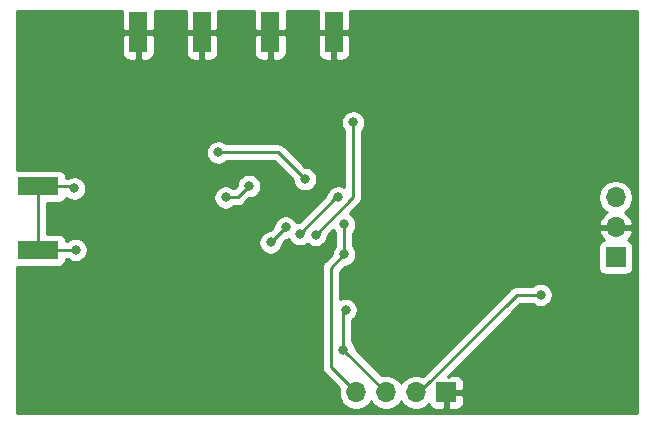
<source format=gbr>
%TF.GenerationSoftware,KiCad,Pcbnew,5.1.9-5.1.9*%
%TF.CreationDate,2021-02-06T15:34:09+03:00*%
%TF.ProjectId,qddc,71646463-2e6b-4696-9361-645f70636258,rev?*%
%TF.SameCoordinates,Original*%
%TF.FileFunction,Copper,L2,Bot*%
%TF.FilePolarity,Positive*%
%FSLAX46Y46*%
G04 Gerber Fmt 4.6, Leading zero omitted, Abs format (unit mm)*
G04 Created by KiCad (PCBNEW 5.1.9-5.1.9) date 2021-02-06 15:34:09*
%MOMM*%
%LPD*%
G01*
G04 APERTURE LIST*
%TA.AperFunction,SMDPad,CuDef*%
%ADD10R,1.500000X3.500000*%
%TD*%
%TA.AperFunction,SMDPad,CuDef*%
%ADD11R,3.500000X1.500000*%
%TD*%
%TA.AperFunction,ComponentPad*%
%ADD12O,1.700000X1.700000*%
%TD*%
%TA.AperFunction,ComponentPad*%
%ADD13R,1.700000X1.700000*%
%TD*%
%TA.AperFunction,ViaPad*%
%ADD14C,0.800000*%
%TD*%
%TA.AperFunction,Conductor*%
%ADD15C,0.250000*%
%TD*%
%TA.AperFunction,Conductor*%
%ADD16C,0.254000*%
%TD*%
%TA.AperFunction,Conductor*%
%ADD17C,0.100000*%
%TD*%
G04 APERTURE END LIST*
D10*
%TO.P,Cos,G4*%
%TO.N,GND*%
X123792000Y-88900000D03*
%TO.P,Cos,G3*%
X129192000Y-88900000D03*
%TD*%
%TO.P,Sin,G4*%
%TO.N,GND*%
X112616000Y-88900000D03*
%TO.P,Sin,G3*%
X118016000Y-88900000D03*
%TD*%
D11*
%TO.P,RF,G4*%
%TO.N,Net-(J3-PadG1)*%
X104140000Y-107348000D03*
%TO.P,RF,G3*%
X104140000Y-101948000D03*
%TD*%
D12*
%TO.P,Out,3*%
%TO.N,Net-(C12-Pad1)*%
X153035000Y-102870000D03*
%TO.P,Out,2*%
%TO.N,GND*%
X153035000Y-105410000D03*
D13*
%TO.P,Out,1*%
%TO.N,Net-(C13-Pad1)*%
X153035000Y-107950000D03*
%TD*%
%TO.P,PWR,1*%
%TO.N,GND*%
X138684000Y-119380000D03*
D12*
%TO.P,PWR,2*%
%TO.N,VAA*%
X136144000Y-119380000D03*
%TO.P,PWR,3*%
%TO.N,VCC*%
X133604000Y-119380000D03*
%TO.P,PWR,4*%
%TO.N,PTT*%
X131064000Y-119380000D03*
%TD*%
D14*
%TO.N,GND*%
X123190000Y-105410000D03*
X145415000Y-93345000D03*
X120904000Y-93472000D03*
X131572000Y-93472000D03*
X138430000Y-93345000D03*
X152400000Y-93345000D03*
X152400000Y-116840000D03*
X107950000Y-98425000D03*
X107950000Y-116840000D03*
X139700000Y-102616000D03*
X139700000Y-105664000D03*
X139700000Y-108712000D03*
X115316000Y-111125000D03*
X119380000Y-111125000D03*
X107950000Y-93345000D03*
X107950000Y-112395000D03*
X145415000Y-116840000D03*
%TO.N,VCC*%
X129984500Y-115760500D03*
X130175000Y-112395000D03*
%TO.N,Net-(C7-Pad2)*%
X129540000Y-102870000D03*
X126292884Y-105972885D03*
%TO.N,Net-(C8-Pad1)*%
X125095000Y-105410000D03*
X123827653Y-106677347D03*
%TO.N,VAA*%
X146685000Y-111125000D03*
%TO.N,PTT*%
X130048004Y-105156004D03*
X130048000Y-107696000D03*
%TO.N,Net-(IC1-Pad2)*%
X126720031Y-101320031D03*
X119380000Y-99060000D03*
%TO.N,Net-(IC1-Pad7)*%
X121995819Y-101915910D03*
X120015000Y-102870000D03*
%TO.N,Net-(IC1-Pad14)*%
X127635000Y-106045000D03*
X130810000Y-96520000D03*
%TO.N,Net-(J3-PadG1)*%
X107315000Y-107315000D03*
X107188000Y-102108000D03*
%TD*%
D15*
%TO.N,VCC*%
X129984500Y-115760500D02*
X133604000Y-119380000D01*
X129984500Y-112585500D02*
X130175000Y-112395000D01*
X129984500Y-115760500D02*
X129984500Y-112585500D01*
%TO.N,Net-(C7-Pad2)*%
X126292884Y-105972885D02*
X129395769Y-102870000D01*
X129395769Y-102870000D02*
X129540000Y-102870000D01*
%TO.N,Net-(C8-Pad1)*%
X125095000Y-105410000D02*
X123827653Y-106677347D01*
%TO.N,VAA*%
X144653998Y-111125000D02*
X136398998Y-119380000D01*
X136398998Y-119380000D02*
X136144000Y-119380000D01*
X146685000Y-111125000D02*
X144653998Y-111125000D01*
%TO.N,PTT*%
X130048004Y-107695996D02*
X130048000Y-107696000D01*
X130048004Y-105156004D02*
X130048004Y-107695996D01*
X128905000Y-117221000D02*
X131064000Y-119380000D01*
X130048000Y-107696000D02*
X128905000Y-108839000D01*
X128905000Y-108839000D02*
X128905000Y-117221000D01*
%TO.N,Net-(IC1-Pad2)*%
X126720031Y-101320031D02*
X124460000Y-99060000D01*
X124460000Y-99060000D02*
X119380000Y-99060000D01*
%TO.N,Net-(IC1-Pad7)*%
X121995819Y-101915910D02*
X121041729Y-102870000D01*
X121041729Y-102870000D02*
X120015000Y-102870000D01*
%TO.N,Net-(IC1-Pad14)*%
X127635000Y-106045000D02*
X130810000Y-102870000D01*
X130810000Y-102870000D02*
X130810000Y-96520000D01*
%TO.N,Net-(J3-PadG1)*%
X107282000Y-107348000D02*
X107315000Y-107315000D01*
X104140000Y-107348000D02*
X107282000Y-107348000D01*
X104140000Y-101948000D02*
X107028000Y-101948000D01*
X107028000Y-101948000D02*
X107188000Y-102108000D01*
X104140000Y-101948000D02*
X104140000Y-107348000D01*
%TD*%
D16*
%TO.N,GND*%
X111227928Y-87150000D02*
X111231000Y-88614250D01*
X111389750Y-88773000D01*
X112489000Y-88773000D01*
X112489000Y-88753000D01*
X112743000Y-88753000D01*
X112743000Y-88773000D01*
X113842250Y-88773000D01*
X114001000Y-88614250D01*
X114004072Y-87150000D01*
X114001314Y-87122000D01*
X116630686Y-87122000D01*
X116627928Y-87150000D01*
X116631000Y-88614250D01*
X116789750Y-88773000D01*
X117889000Y-88773000D01*
X117889000Y-88753000D01*
X118143000Y-88753000D01*
X118143000Y-88773000D01*
X119242250Y-88773000D01*
X119401000Y-88614250D01*
X119404072Y-87150000D01*
X119401314Y-87122000D01*
X122406686Y-87122000D01*
X122403928Y-87150000D01*
X122407000Y-88614250D01*
X122565750Y-88773000D01*
X123665000Y-88773000D01*
X123665000Y-88753000D01*
X123919000Y-88753000D01*
X123919000Y-88773000D01*
X125018250Y-88773000D01*
X125177000Y-88614250D01*
X125180072Y-87150000D01*
X125177314Y-87122000D01*
X127806686Y-87122000D01*
X127803928Y-87150000D01*
X127807000Y-88614250D01*
X127965750Y-88773000D01*
X129065000Y-88773000D01*
X129065000Y-88753000D01*
X129319000Y-88753000D01*
X129319000Y-88773000D01*
X130418250Y-88773000D01*
X130577000Y-88614250D01*
X130580072Y-87150000D01*
X130577314Y-87122000D01*
X154813000Y-87122000D01*
X154813000Y-121158000D01*
X102362000Y-121158000D01*
X102362000Y-108733314D01*
X102390000Y-108736072D01*
X105890000Y-108736072D01*
X106014482Y-108723812D01*
X106134180Y-108687502D01*
X106244494Y-108628537D01*
X106341185Y-108549185D01*
X106420537Y-108452494D01*
X106479502Y-108342180D01*
X106515812Y-108222482D01*
X106527087Y-108108000D01*
X106644289Y-108108000D01*
X106655226Y-108118937D01*
X106824744Y-108232205D01*
X107013102Y-108310226D01*
X107213061Y-108350000D01*
X107416939Y-108350000D01*
X107616898Y-108310226D01*
X107805256Y-108232205D01*
X107974774Y-108118937D01*
X108118937Y-107974774D01*
X108232205Y-107805256D01*
X108310226Y-107616898D01*
X108350000Y-107416939D01*
X108350000Y-107213061D01*
X108310226Y-107013102D01*
X108232205Y-106824744D01*
X108118937Y-106655226D01*
X108039119Y-106575408D01*
X122792653Y-106575408D01*
X122792653Y-106779286D01*
X122832427Y-106979245D01*
X122910448Y-107167603D01*
X123023716Y-107337121D01*
X123167879Y-107481284D01*
X123337397Y-107594552D01*
X123525755Y-107672573D01*
X123725714Y-107712347D01*
X123929592Y-107712347D01*
X124129551Y-107672573D01*
X124317909Y-107594552D01*
X124487427Y-107481284D01*
X124631590Y-107337121D01*
X124744858Y-107167603D01*
X124822879Y-106979245D01*
X124862653Y-106779286D01*
X124862653Y-106717148D01*
X125134802Y-106445000D01*
X125196939Y-106445000D01*
X125355131Y-106413534D01*
X125375679Y-106463141D01*
X125488947Y-106632659D01*
X125633110Y-106776822D01*
X125802628Y-106890090D01*
X125990986Y-106968111D01*
X126190945Y-107007885D01*
X126394823Y-107007885D01*
X126594782Y-106968111D01*
X126783140Y-106890090D01*
X126922957Y-106796668D01*
X126975226Y-106848937D01*
X127144744Y-106962205D01*
X127333102Y-107040226D01*
X127533061Y-107080000D01*
X127736939Y-107080000D01*
X127936898Y-107040226D01*
X128125256Y-106962205D01*
X128294774Y-106848937D01*
X128438937Y-106704774D01*
X128552205Y-106535256D01*
X128630226Y-106346898D01*
X128670000Y-106146939D01*
X128670000Y-106084801D01*
X129124280Y-105630521D01*
X129130799Y-105646260D01*
X129244067Y-105815778D01*
X129288004Y-105859715D01*
X129288005Y-106992284D01*
X129244063Y-107036226D01*
X129130795Y-107205744D01*
X129052774Y-107394102D01*
X129013000Y-107594061D01*
X129013000Y-107656198D01*
X128394002Y-108275196D01*
X128364999Y-108298999D01*
X128309871Y-108366174D01*
X128270026Y-108414724D01*
X128199455Y-108546753D01*
X128199454Y-108546754D01*
X128155997Y-108690015D01*
X128145000Y-108801668D01*
X128145000Y-108801678D01*
X128141324Y-108839000D01*
X128145000Y-108876322D01*
X128145001Y-117183668D01*
X128141324Y-117221000D01*
X128155998Y-117369985D01*
X128199454Y-117513246D01*
X128270026Y-117645276D01*
X128341201Y-117732002D01*
X128365000Y-117761001D01*
X128393998Y-117784799D01*
X129622790Y-119013592D01*
X129579000Y-119233740D01*
X129579000Y-119526260D01*
X129636068Y-119813158D01*
X129748010Y-120083411D01*
X129910525Y-120326632D01*
X130117368Y-120533475D01*
X130360589Y-120695990D01*
X130630842Y-120807932D01*
X130917740Y-120865000D01*
X131210260Y-120865000D01*
X131497158Y-120807932D01*
X131767411Y-120695990D01*
X132010632Y-120533475D01*
X132217475Y-120326632D01*
X132334000Y-120152240D01*
X132450525Y-120326632D01*
X132657368Y-120533475D01*
X132900589Y-120695990D01*
X133170842Y-120807932D01*
X133457740Y-120865000D01*
X133750260Y-120865000D01*
X134037158Y-120807932D01*
X134307411Y-120695990D01*
X134550632Y-120533475D01*
X134757475Y-120326632D01*
X134874000Y-120152240D01*
X134990525Y-120326632D01*
X135197368Y-120533475D01*
X135440589Y-120695990D01*
X135710842Y-120807932D01*
X135997740Y-120865000D01*
X136290260Y-120865000D01*
X136577158Y-120807932D01*
X136847411Y-120695990D01*
X137090632Y-120533475D01*
X137222487Y-120401620D01*
X137244498Y-120474180D01*
X137303463Y-120584494D01*
X137382815Y-120681185D01*
X137479506Y-120760537D01*
X137589820Y-120819502D01*
X137709518Y-120855812D01*
X137834000Y-120868072D01*
X138398250Y-120865000D01*
X138557000Y-120706250D01*
X138557000Y-119507000D01*
X138811000Y-119507000D01*
X138811000Y-120706250D01*
X138969750Y-120865000D01*
X139534000Y-120868072D01*
X139658482Y-120855812D01*
X139778180Y-120819502D01*
X139888494Y-120760537D01*
X139985185Y-120681185D01*
X140064537Y-120584494D01*
X140123502Y-120474180D01*
X140159812Y-120354482D01*
X140172072Y-120230000D01*
X140169000Y-119665750D01*
X140010250Y-119507000D01*
X138811000Y-119507000D01*
X138557000Y-119507000D01*
X138537000Y-119507000D01*
X138537000Y-119253000D01*
X138557000Y-119253000D01*
X138557000Y-119233000D01*
X138811000Y-119233000D01*
X138811000Y-119253000D01*
X140010250Y-119253000D01*
X140169000Y-119094250D01*
X140172072Y-118530000D01*
X140159812Y-118405518D01*
X140123502Y-118285820D01*
X140064537Y-118175506D01*
X139985185Y-118078815D01*
X139888494Y-117999463D01*
X139778180Y-117940498D01*
X139658482Y-117904188D01*
X139534000Y-117891928D01*
X138969750Y-117895000D01*
X138811002Y-118053748D01*
X138811002Y-118042797D01*
X144968800Y-111885000D01*
X145981289Y-111885000D01*
X146025226Y-111928937D01*
X146194744Y-112042205D01*
X146383102Y-112120226D01*
X146583061Y-112160000D01*
X146786939Y-112160000D01*
X146986898Y-112120226D01*
X147175256Y-112042205D01*
X147344774Y-111928937D01*
X147488937Y-111784774D01*
X147602205Y-111615256D01*
X147680226Y-111426898D01*
X147720000Y-111226939D01*
X147720000Y-111023061D01*
X147680226Y-110823102D01*
X147602205Y-110634744D01*
X147488937Y-110465226D01*
X147344774Y-110321063D01*
X147175256Y-110207795D01*
X146986898Y-110129774D01*
X146786939Y-110090000D01*
X146583061Y-110090000D01*
X146383102Y-110129774D01*
X146194744Y-110207795D01*
X146025226Y-110321063D01*
X145981289Y-110365000D01*
X144691321Y-110365000D01*
X144653998Y-110361324D01*
X144616675Y-110365000D01*
X144616665Y-110365000D01*
X144505012Y-110375997D01*
X144361751Y-110419454D01*
X144229721Y-110490026D01*
X144146081Y-110558668D01*
X144113997Y-110584999D01*
X144090199Y-110613997D01*
X136700881Y-118003316D01*
X136577158Y-117952068D01*
X136290260Y-117895000D01*
X135997740Y-117895000D01*
X135710842Y-117952068D01*
X135440589Y-118064010D01*
X135197368Y-118226525D01*
X134990525Y-118433368D01*
X134874000Y-118607760D01*
X134757475Y-118433368D01*
X134550632Y-118226525D01*
X134307411Y-118064010D01*
X134037158Y-117952068D01*
X133750260Y-117895000D01*
X133457740Y-117895000D01*
X133237592Y-117938790D01*
X131019500Y-115720699D01*
X131019500Y-115658561D01*
X130979726Y-115458602D01*
X130901705Y-115270244D01*
X130788437Y-115100726D01*
X130744500Y-115056789D01*
X130744500Y-113259256D01*
X130834774Y-113198937D01*
X130978937Y-113054774D01*
X131092205Y-112885256D01*
X131170226Y-112696898D01*
X131210000Y-112496939D01*
X131210000Y-112293061D01*
X131170226Y-112093102D01*
X131092205Y-111904744D01*
X130978937Y-111735226D01*
X130834774Y-111591063D01*
X130665256Y-111477795D01*
X130476898Y-111399774D01*
X130276939Y-111360000D01*
X130073061Y-111360000D01*
X129873102Y-111399774D01*
X129684744Y-111477795D01*
X129665000Y-111490987D01*
X129665000Y-109153801D01*
X130087802Y-108731000D01*
X130149939Y-108731000D01*
X130349898Y-108691226D01*
X130538256Y-108613205D01*
X130707774Y-108499937D01*
X130851937Y-108355774D01*
X130965205Y-108186256D01*
X131043226Y-107997898D01*
X131083000Y-107797939D01*
X131083000Y-107594061D01*
X131043226Y-107394102D01*
X130965205Y-107205744D01*
X130894550Y-107100000D01*
X151546928Y-107100000D01*
X151546928Y-108800000D01*
X151559188Y-108924482D01*
X151595498Y-109044180D01*
X151654463Y-109154494D01*
X151733815Y-109251185D01*
X151830506Y-109330537D01*
X151940820Y-109389502D01*
X152060518Y-109425812D01*
X152185000Y-109438072D01*
X153885000Y-109438072D01*
X154009482Y-109425812D01*
X154129180Y-109389502D01*
X154239494Y-109330537D01*
X154336185Y-109251185D01*
X154415537Y-109154494D01*
X154474502Y-109044180D01*
X154510812Y-108924482D01*
X154523072Y-108800000D01*
X154523072Y-107100000D01*
X154510812Y-106975518D01*
X154474502Y-106855820D01*
X154415537Y-106745506D01*
X154336185Y-106648815D01*
X154239494Y-106569463D01*
X154129180Y-106510498D01*
X154048534Y-106486034D01*
X154132588Y-106410269D01*
X154306641Y-106176920D01*
X154431825Y-105914099D01*
X154476476Y-105766890D01*
X154355155Y-105537000D01*
X153162000Y-105537000D01*
X153162000Y-105557000D01*
X152908000Y-105557000D01*
X152908000Y-105537000D01*
X151714845Y-105537000D01*
X151593524Y-105766890D01*
X151638175Y-105914099D01*
X151763359Y-106176920D01*
X151937412Y-106410269D01*
X152021466Y-106486034D01*
X151940820Y-106510498D01*
X151830506Y-106569463D01*
X151733815Y-106648815D01*
X151654463Y-106745506D01*
X151595498Y-106855820D01*
X151559188Y-106975518D01*
X151546928Y-107100000D01*
X130894550Y-107100000D01*
X130851937Y-107036226D01*
X130808004Y-106992293D01*
X130808004Y-105859715D01*
X130851941Y-105815778D01*
X130965209Y-105646260D01*
X131043230Y-105457902D01*
X131083004Y-105257943D01*
X131083004Y-105054065D01*
X131043230Y-104854106D01*
X130965209Y-104665748D01*
X130851941Y-104496230D01*
X130707778Y-104352067D01*
X130538260Y-104238799D01*
X130522522Y-104232280D01*
X131321004Y-103433798D01*
X131350001Y-103410001D01*
X131410673Y-103336072D01*
X131444974Y-103294277D01*
X131515546Y-103162247D01*
X131521384Y-103143000D01*
X131559003Y-103018986D01*
X131570000Y-102907333D01*
X131570000Y-102907324D01*
X131573676Y-102870001D01*
X131570000Y-102832678D01*
X131570000Y-102723740D01*
X151550000Y-102723740D01*
X151550000Y-103016260D01*
X151607068Y-103303158D01*
X151719010Y-103573411D01*
X151881525Y-103816632D01*
X152088368Y-104023475D01*
X152270534Y-104145195D01*
X152153645Y-104214822D01*
X151937412Y-104409731D01*
X151763359Y-104643080D01*
X151638175Y-104905901D01*
X151593524Y-105053110D01*
X151714845Y-105283000D01*
X152908000Y-105283000D01*
X152908000Y-105263000D01*
X153162000Y-105263000D01*
X153162000Y-105283000D01*
X154355155Y-105283000D01*
X154476476Y-105053110D01*
X154431825Y-104905901D01*
X154306641Y-104643080D01*
X154132588Y-104409731D01*
X153916355Y-104214822D01*
X153799466Y-104145195D01*
X153981632Y-104023475D01*
X154188475Y-103816632D01*
X154350990Y-103573411D01*
X154462932Y-103303158D01*
X154520000Y-103016260D01*
X154520000Y-102723740D01*
X154462932Y-102436842D01*
X154350990Y-102166589D01*
X154188475Y-101923368D01*
X153981632Y-101716525D01*
X153738411Y-101554010D01*
X153468158Y-101442068D01*
X153181260Y-101385000D01*
X152888740Y-101385000D01*
X152601842Y-101442068D01*
X152331589Y-101554010D01*
X152088368Y-101716525D01*
X151881525Y-101923368D01*
X151719010Y-102166589D01*
X151607068Y-102436842D01*
X151550000Y-102723740D01*
X131570000Y-102723740D01*
X131570000Y-97223711D01*
X131613937Y-97179774D01*
X131727205Y-97010256D01*
X131805226Y-96821898D01*
X131845000Y-96621939D01*
X131845000Y-96418061D01*
X131805226Y-96218102D01*
X131727205Y-96029744D01*
X131613937Y-95860226D01*
X131469774Y-95716063D01*
X131300256Y-95602795D01*
X131111898Y-95524774D01*
X130911939Y-95485000D01*
X130708061Y-95485000D01*
X130508102Y-95524774D01*
X130319744Y-95602795D01*
X130150226Y-95716063D01*
X130006063Y-95860226D01*
X129892795Y-96029744D01*
X129814774Y-96218102D01*
X129775000Y-96418061D01*
X129775000Y-96621939D01*
X129814774Y-96821898D01*
X129892795Y-97010256D01*
X130006063Y-97179774D01*
X130050001Y-97223712D01*
X130050000Y-101965988D01*
X130030256Y-101952795D01*
X129841898Y-101874774D01*
X129641939Y-101835000D01*
X129438061Y-101835000D01*
X129238102Y-101874774D01*
X129049744Y-101952795D01*
X128880226Y-102066063D01*
X128736063Y-102210226D01*
X128622795Y-102379744D01*
X128544774Y-102568102D01*
X128525384Y-102665583D01*
X126253083Y-104937885D01*
X126190945Y-104937885D01*
X126032753Y-104969351D01*
X126012205Y-104919744D01*
X125898937Y-104750226D01*
X125754774Y-104606063D01*
X125585256Y-104492795D01*
X125396898Y-104414774D01*
X125196939Y-104375000D01*
X124993061Y-104375000D01*
X124793102Y-104414774D01*
X124604744Y-104492795D01*
X124435226Y-104606063D01*
X124291063Y-104750226D01*
X124177795Y-104919744D01*
X124099774Y-105108102D01*
X124060000Y-105308061D01*
X124060000Y-105370198D01*
X123787852Y-105642347D01*
X123725714Y-105642347D01*
X123525755Y-105682121D01*
X123337397Y-105760142D01*
X123167879Y-105873410D01*
X123023716Y-106017573D01*
X122910448Y-106187091D01*
X122832427Y-106375449D01*
X122792653Y-106575408D01*
X108039119Y-106575408D01*
X107974774Y-106511063D01*
X107805256Y-106397795D01*
X107616898Y-106319774D01*
X107416939Y-106280000D01*
X107213061Y-106280000D01*
X107013102Y-106319774D01*
X106824744Y-106397795D01*
X106655226Y-106511063D01*
X106578289Y-106588000D01*
X106527087Y-106588000D01*
X106515812Y-106473518D01*
X106479502Y-106353820D01*
X106420537Y-106243506D01*
X106341185Y-106146815D01*
X106244494Y-106067463D01*
X106134180Y-106008498D01*
X106014482Y-105972188D01*
X105890000Y-105959928D01*
X104900000Y-105959928D01*
X104900000Y-103336072D01*
X105890000Y-103336072D01*
X106014482Y-103323812D01*
X106134180Y-103287502D01*
X106244494Y-103228537D01*
X106341185Y-103149185D01*
X106420537Y-103052494D01*
X106479502Y-102942180D01*
X106497881Y-102881592D01*
X106528226Y-102911937D01*
X106697744Y-103025205D01*
X106886102Y-103103226D01*
X107086061Y-103143000D01*
X107289939Y-103143000D01*
X107489898Y-103103226D01*
X107678256Y-103025205D01*
X107847774Y-102911937D01*
X107991650Y-102768061D01*
X118980000Y-102768061D01*
X118980000Y-102971939D01*
X119019774Y-103171898D01*
X119097795Y-103360256D01*
X119211063Y-103529774D01*
X119355226Y-103673937D01*
X119524744Y-103787205D01*
X119713102Y-103865226D01*
X119913061Y-103905000D01*
X120116939Y-103905000D01*
X120316898Y-103865226D01*
X120505256Y-103787205D01*
X120674774Y-103673937D01*
X120718711Y-103630000D01*
X121004407Y-103630000D01*
X121041729Y-103633676D01*
X121079051Y-103630000D01*
X121079062Y-103630000D01*
X121190715Y-103619003D01*
X121333976Y-103575546D01*
X121466005Y-103504974D01*
X121581730Y-103410001D01*
X121605533Y-103380998D01*
X122035620Y-102950910D01*
X122097758Y-102950910D01*
X122297717Y-102911136D01*
X122486075Y-102833115D01*
X122655593Y-102719847D01*
X122799756Y-102575684D01*
X122913024Y-102406166D01*
X122991045Y-102217808D01*
X123030819Y-102017849D01*
X123030819Y-101813971D01*
X122991045Y-101614012D01*
X122913024Y-101425654D01*
X122799756Y-101256136D01*
X122655593Y-101111973D01*
X122486075Y-100998705D01*
X122297717Y-100920684D01*
X122097758Y-100880910D01*
X121893880Y-100880910D01*
X121693921Y-100920684D01*
X121505563Y-100998705D01*
X121336045Y-101111973D01*
X121191882Y-101256136D01*
X121078614Y-101425654D01*
X121000593Y-101614012D01*
X120960819Y-101813971D01*
X120960819Y-101876109D01*
X120726928Y-102110000D01*
X120718711Y-102110000D01*
X120674774Y-102066063D01*
X120505256Y-101952795D01*
X120316898Y-101874774D01*
X120116939Y-101835000D01*
X119913061Y-101835000D01*
X119713102Y-101874774D01*
X119524744Y-101952795D01*
X119355226Y-102066063D01*
X119211063Y-102210226D01*
X119097795Y-102379744D01*
X119019774Y-102568102D01*
X118980000Y-102768061D01*
X107991650Y-102768061D01*
X107991937Y-102767774D01*
X108105205Y-102598256D01*
X108183226Y-102409898D01*
X108223000Y-102209939D01*
X108223000Y-102006061D01*
X108183226Y-101806102D01*
X108105205Y-101617744D01*
X107991937Y-101448226D01*
X107847774Y-101304063D01*
X107678256Y-101190795D01*
X107489898Y-101112774D01*
X107289939Y-101073000D01*
X107086061Y-101073000D01*
X106886102Y-101112774D01*
X106704492Y-101188000D01*
X106527087Y-101188000D01*
X106515812Y-101073518D01*
X106479502Y-100953820D01*
X106420537Y-100843506D01*
X106341185Y-100746815D01*
X106244494Y-100667463D01*
X106134180Y-100608498D01*
X106014482Y-100572188D01*
X105890000Y-100559928D01*
X102390000Y-100559928D01*
X102362000Y-100562686D01*
X102362000Y-98958061D01*
X118345000Y-98958061D01*
X118345000Y-99161939D01*
X118384774Y-99361898D01*
X118462795Y-99550256D01*
X118576063Y-99719774D01*
X118720226Y-99863937D01*
X118889744Y-99977205D01*
X119078102Y-100055226D01*
X119278061Y-100095000D01*
X119481939Y-100095000D01*
X119681898Y-100055226D01*
X119870256Y-99977205D01*
X120039774Y-99863937D01*
X120083711Y-99820000D01*
X124145199Y-99820000D01*
X125685031Y-101359834D01*
X125685031Y-101421970D01*
X125724805Y-101621929D01*
X125802826Y-101810287D01*
X125916094Y-101979805D01*
X126060257Y-102123968D01*
X126229775Y-102237236D01*
X126418133Y-102315257D01*
X126618092Y-102355031D01*
X126821970Y-102355031D01*
X127021929Y-102315257D01*
X127210287Y-102237236D01*
X127379805Y-102123968D01*
X127523968Y-101979805D01*
X127637236Y-101810287D01*
X127715257Y-101621929D01*
X127755031Y-101421970D01*
X127755031Y-101218092D01*
X127715257Y-101018133D01*
X127637236Y-100829775D01*
X127523968Y-100660257D01*
X127379805Y-100516094D01*
X127210287Y-100402826D01*
X127021929Y-100324805D01*
X126821970Y-100285031D01*
X126759834Y-100285031D01*
X125023804Y-98549002D01*
X125000001Y-98519999D01*
X124884276Y-98425026D01*
X124752247Y-98354454D01*
X124608986Y-98310997D01*
X124497333Y-98300000D01*
X124497322Y-98300000D01*
X124460000Y-98296324D01*
X124422678Y-98300000D01*
X120083711Y-98300000D01*
X120039774Y-98256063D01*
X119870256Y-98142795D01*
X119681898Y-98064774D01*
X119481939Y-98025000D01*
X119278061Y-98025000D01*
X119078102Y-98064774D01*
X118889744Y-98142795D01*
X118720226Y-98256063D01*
X118576063Y-98400226D01*
X118462795Y-98569744D01*
X118384774Y-98758102D01*
X118345000Y-98958061D01*
X102362000Y-98958061D01*
X102362000Y-90650000D01*
X111227928Y-90650000D01*
X111240188Y-90774482D01*
X111276498Y-90894180D01*
X111335463Y-91004494D01*
X111414815Y-91101185D01*
X111511506Y-91180537D01*
X111621820Y-91239502D01*
X111741518Y-91275812D01*
X111866000Y-91288072D01*
X112330250Y-91285000D01*
X112489000Y-91126250D01*
X112489000Y-89027000D01*
X112743000Y-89027000D01*
X112743000Y-91126250D01*
X112901750Y-91285000D01*
X113366000Y-91288072D01*
X113490482Y-91275812D01*
X113610180Y-91239502D01*
X113720494Y-91180537D01*
X113817185Y-91101185D01*
X113896537Y-91004494D01*
X113955502Y-90894180D01*
X113991812Y-90774482D01*
X114004072Y-90650000D01*
X116627928Y-90650000D01*
X116640188Y-90774482D01*
X116676498Y-90894180D01*
X116735463Y-91004494D01*
X116814815Y-91101185D01*
X116911506Y-91180537D01*
X117021820Y-91239502D01*
X117141518Y-91275812D01*
X117266000Y-91288072D01*
X117730250Y-91285000D01*
X117889000Y-91126250D01*
X117889000Y-89027000D01*
X118143000Y-89027000D01*
X118143000Y-91126250D01*
X118301750Y-91285000D01*
X118766000Y-91288072D01*
X118890482Y-91275812D01*
X119010180Y-91239502D01*
X119120494Y-91180537D01*
X119217185Y-91101185D01*
X119296537Y-91004494D01*
X119355502Y-90894180D01*
X119391812Y-90774482D01*
X119404072Y-90650000D01*
X122403928Y-90650000D01*
X122416188Y-90774482D01*
X122452498Y-90894180D01*
X122511463Y-91004494D01*
X122590815Y-91101185D01*
X122687506Y-91180537D01*
X122797820Y-91239502D01*
X122917518Y-91275812D01*
X123042000Y-91288072D01*
X123506250Y-91285000D01*
X123665000Y-91126250D01*
X123665000Y-89027000D01*
X123919000Y-89027000D01*
X123919000Y-91126250D01*
X124077750Y-91285000D01*
X124542000Y-91288072D01*
X124666482Y-91275812D01*
X124786180Y-91239502D01*
X124896494Y-91180537D01*
X124993185Y-91101185D01*
X125072537Y-91004494D01*
X125131502Y-90894180D01*
X125167812Y-90774482D01*
X125180072Y-90650000D01*
X127803928Y-90650000D01*
X127816188Y-90774482D01*
X127852498Y-90894180D01*
X127911463Y-91004494D01*
X127990815Y-91101185D01*
X128087506Y-91180537D01*
X128197820Y-91239502D01*
X128317518Y-91275812D01*
X128442000Y-91288072D01*
X128906250Y-91285000D01*
X129065000Y-91126250D01*
X129065000Y-89027000D01*
X129319000Y-89027000D01*
X129319000Y-91126250D01*
X129477750Y-91285000D01*
X129942000Y-91288072D01*
X130066482Y-91275812D01*
X130186180Y-91239502D01*
X130296494Y-91180537D01*
X130393185Y-91101185D01*
X130472537Y-91004494D01*
X130531502Y-90894180D01*
X130567812Y-90774482D01*
X130580072Y-90650000D01*
X130577000Y-89185750D01*
X130418250Y-89027000D01*
X129319000Y-89027000D01*
X129065000Y-89027000D01*
X127965750Y-89027000D01*
X127807000Y-89185750D01*
X127803928Y-90650000D01*
X125180072Y-90650000D01*
X125177000Y-89185750D01*
X125018250Y-89027000D01*
X123919000Y-89027000D01*
X123665000Y-89027000D01*
X122565750Y-89027000D01*
X122407000Y-89185750D01*
X122403928Y-90650000D01*
X119404072Y-90650000D01*
X119401000Y-89185750D01*
X119242250Y-89027000D01*
X118143000Y-89027000D01*
X117889000Y-89027000D01*
X116789750Y-89027000D01*
X116631000Y-89185750D01*
X116627928Y-90650000D01*
X114004072Y-90650000D01*
X114001000Y-89185750D01*
X113842250Y-89027000D01*
X112743000Y-89027000D01*
X112489000Y-89027000D01*
X111389750Y-89027000D01*
X111231000Y-89185750D01*
X111227928Y-90650000D01*
X102362000Y-90650000D01*
X102362000Y-87122000D01*
X111230686Y-87122000D01*
X111227928Y-87150000D01*
%TA.AperFunction,Conductor*%
D17*
G36*
X111227928Y-87150000D02*
G01*
X111231000Y-88614250D01*
X111389750Y-88773000D01*
X112489000Y-88773000D01*
X112489000Y-88753000D01*
X112743000Y-88753000D01*
X112743000Y-88773000D01*
X113842250Y-88773000D01*
X114001000Y-88614250D01*
X114004072Y-87150000D01*
X114001314Y-87122000D01*
X116630686Y-87122000D01*
X116627928Y-87150000D01*
X116631000Y-88614250D01*
X116789750Y-88773000D01*
X117889000Y-88773000D01*
X117889000Y-88753000D01*
X118143000Y-88753000D01*
X118143000Y-88773000D01*
X119242250Y-88773000D01*
X119401000Y-88614250D01*
X119404072Y-87150000D01*
X119401314Y-87122000D01*
X122406686Y-87122000D01*
X122403928Y-87150000D01*
X122407000Y-88614250D01*
X122565750Y-88773000D01*
X123665000Y-88773000D01*
X123665000Y-88753000D01*
X123919000Y-88753000D01*
X123919000Y-88773000D01*
X125018250Y-88773000D01*
X125177000Y-88614250D01*
X125180072Y-87150000D01*
X125177314Y-87122000D01*
X127806686Y-87122000D01*
X127803928Y-87150000D01*
X127807000Y-88614250D01*
X127965750Y-88773000D01*
X129065000Y-88773000D01*
X129065000Y-88753000D01*
X129319000Y-88753000D01*
X129319000Y-88773000D01*
X130418250Y-88773000D01*
X130577000Y-88614250D01*
X130580072Y-87150000D01*
X130577314Y-87122000D01*
X154813000Y-87122000D01*
X154813000Y-121158000D01*
X102362000Y-121158000D01*
X102362000Y-108733314D01*
X102390000Y-108736072D01*
X105890000Y-108736072D01*
X106014482Y-108723812D01*
X106134180Y-108687502D01*
X106244494Y-108628537D01*
X106341185Y-108549185D01*
X106420537Y-108452494D01*
X106479502Y-108342180D01*
X106515812Y-108222482D01*
X106527087Y-108108000D01*
X106644289Y-108108000D01*
X106655226Y-108118937D01*
X106824744Y-108232205D01*
X107013102Y-108310226D01*
X107213061Y-108350000D01*
X107416939Y-108350000D01*
X107616898Y-108310226D01*
X107805256Y-108232205D01*
X107974774Y-108118937D01*
X108118937Y-107974774D01*
X108232205Y-107805256D01*
X108310226Y-107616898D01*
X108350000Y-107416939D01*
X108350000Y-107213061D01*
X108310226Y-107013102D01*
X108232205Y-106824744D01*
X108118937Y-106655226D01*
X108039119Y-106575408D01*
X122792653Y-106575408D01*
X122792653Y-106779286D01*
X122832427Y-106979245D01*
X122910448Y-107167603D01*
X123023716Y-107337121D01*
X123167879Y-107481284D01*
X123337397Y-107594552D01*
X123525755Y-107672573D01*
X123725714Y-107712347D01*
X123929592Y-107712347D01*
X124129551Y-107672573D01*
X124317909Y-107594552D01*
X124487427Y-107481284D01*
X124631590Y-107337121D01*
X124744858Y-107167603D01*
X124822879Y-106979245D01*
X124862653Y-106779286D01*
X124862653Y-106717148D01*
X125134802Y-106445000D01*
X125196939Y-106445000D01*
X125355131Y-106413534D01*
X125375679Y-106463141D01*
X125488947Y-106632659D01*
X125633110Y-106776822D01*
X125802628Y-106890090D01*
X125990986Y-106968111D01*
X126190945Y-107007885D01*
X126394823Y-107007885D01*
X126594782Y-106968111D01*
X126783140Y-106890090D01*
X126922957Y-106796668D01*
X126975226Y-106848937D01*
X127144744Y-106962205D01*
X127333102Y-107040226D01*
X127533061Y-107080000D01*
X127736939Y-107080000D01*
X127936898Y-107040226D01*
X128125256Y-106962205D01*
X128294774Y-106848937D01*
X128438937Y-106704774D01*
X128552205Y-106535256D01*
X128630226Y-106346898D01*
X128670000Y-106146939D01*
X128670000Y-106084801D01*
X129124280Y-105630521D01*
X129130799Y-105646260D01*
X129244067Y-105815778D01*
X129288004Y-105859715D01*
X129288005Y-106992284D01*
X129244063Y-107036226D01*
X129130795Y-107205744D01*
X129052774Y-107394102D01*
X129013000Y-107594061D01*
X129013000Y-107656198D01*
X128394002Y-108275196D01*
X128364999Y-108298999D01*
X128309871Y-108366174D01*
X128270026Y-108414724D01*
X128199455Y-108546753D01*
X128199454Y-108546754D01*
X128155997Y-108690015D01*
X128145000Y-108801668D01*
X128145000Y-108801678D01*
X128141324Y-108839000D01*
X128145000Y-108876322D01*
X128145001Y-117183668D01*
X128141324Y-117221000D01*
X128155998Y-117369985D01*
X128199454Y-117513246D01*
X128270026Y-117645276D01*
X128341201Y-117732002D01*
X128365000Y-117761001D01*
X128393998Y-117784799D01*
X129622790Y-119013592D01*
X129579000Y-119233740D01*
X129579000Y-119526260D01*
X129636068Y-119813158D01*
X129748010Y-120083411D01*
X129910525Y-120326632D01*
X130117368Y-120533475D01*
X130360589Y-120695990D01*
X130630842Y-120807932D01*
X130917740Y-120865000D01*
X131210260Y-120865000D01*
X131497158Y-120807932D01*
X131767411Y-120695990D01*
X132010632Y-120533475D01*
X132217475Y-120326632D01*
X132334000Y-120152240D01*
X132450525Y-120326632D01*
X132657368Y-120533475D01*
X132900589Y-120695990D01*
X133170842Y-120807932D01*
X133457740Y-120865000D01*
X133750260Y-120865000D01*
X134037158Y-120807932D01*
X134307411Y-120695990D01*
X134550632Y-120533475D01*
X134757475Y-120326632D01*
X134874000Y-120152240D01*
X134990525Y-120326632D01*
X135197368Y-120533475D01*
X135440589Y-120695990D01*
X135710842Y-120807932D01*
X135997740Y-120865000D01*
X136290260Y-120865000D01*
X136577158Y-120807932D01*
X136847411Y-120695990D01*
X137090632Y-120533475D01*
X137222487Y-120401620D01*
X137244498Y-120474180D01*
X137303463Y-120584494D01*
X137382815Y-120681185D01*
X137479506Y-120760537D01*
X137589820Y-120819502D01*
X137709518Y-120855812D01*
X137834000Y-120868072D01*
X138398250Y-120865000D01*
X138557000Y-120706250D01*
X138557000Y-119507000D01*
X138811000Y-119507000D01*
X138811000Y-120706250D01*
X138969750Y-120865000D01*
X139534000Y-120868072D01*
X139658482Y-120855812D01*
X139778180Y-120819502D01*
X139888494Y-120760537D01*
X139985185Y-120681185D01*
X140064537Y-120584494D01*
X140123502Y-120474180D01*
X140159812Y-120354482D01*
X140172072Y-120230000D01*
X140169000Y-119665750D01*
X140010250Y-119507000D01*
X138811000Y-119507000D01*
X138557000Y-119507000D01*
X138537000Y-119507000D01*
X138537000Y-119253000D01*
X138557000Y-119253000D01*
X138557000Y-119233000D01*
X138811000Y-119233000D01*
X138811000Y-119253000D01*
X140010250Y-119253000D01*
X140169000Y-119094250D01*
X140172072Y-118530000D01*
X140159812Y-118405518D01*
X140123502Y-118285820D01*
X140064537Y-118175506D01*
X139985185Y-118078815D01*
X139888494Y-117999463D01*
X139778180Y-117940498D01*
X139658482Y-117904188D01*
X139534000Y-117891928D01*
X138969750Y-117895000D01*
X138811002Y-118053748D01*
X138811002Y-118042797D01*
X144968800Y-111885000D01*
X145981289Y-111885000D01*
X146025226Y-111928937D01*
X146194744Y-112042205D01*
X146383102Y-112120226D01*
X146583061Y-112160000D01*
X146786939Y-112160000D01*
X146986898Y-112120226D01*
X147175256Y-112042205D01*
X147344774Y-111928937D01*
X147488937Y-111784774D01*
X147602205Y-111615256D01*
X147680226Y-111426898D01*
X147720000Y-111226939D01*
X147720000Y-111023061D01*
X147680226Y-110823102D01*
X147602205Y-110634744D01*
X147488937Y-110465226D01*
X147344774Y-110321063D01*
X147175256Y-110207795D01*
X146986898Y-110129774D01*
X146786939Y-110090000D01*
X146583061Y-110090000D01*
X146383102Y-110129774D01*
X146194744Y-110207795D01*
X146025226Y-110321063D01*
X145981289Y-110365000D01*
X144691321Y-110365000D01*
X144653998Y-110361324D01*
X144616675Y-110365000D01*
X144616665Y-110365000D01*
X144505012Y-110375997D01*
X144361751Y-110419454D01*
X144229721Y-110490026D01*
X144146081Y-110558668D01*
X144113997Y-110584999D01*
X144090199Y-110613997D01*
X136700881Y-118003316D01*
X136577158Y-117952068D01*
X136290260Y-117895000D01*
X135997740Y-117895000D01*
X135710842Y-117952068D01*
X135440589Y-118064010D01*
X135197368Y-118226525D01*
X134990525Y-118433368D01*
X134874000Y-118607760D01*
X134757475Y-118433368D01*
X134550632Y-118226525D01*
X134307411Y-118064010D01*
X134037158Y-117952068D01*
X133750260Y-117895000D01*
X133457740Y-117895000D01*
X133237592Y-117938790D01*
X131019500Y-115720699D01*
X131019500Y-115658561D01*
X130979726Y-115458602D01*
X130901705Y-115270244D01*
X130788437Y-115100726D01*
X130744500Y-115056789D01*
X130744500Y-113259256D01*
X130834774Y-113198937D01*
X130978937Y-113054774D01*
X131092205Y-112885256D01*
X131170226Y-112696898D01*
X131210000Y-112496939D01*
X131210000Y-112293061D01*
X131170226Y-112093102D01*
X131092205Y-111904744D01*
X130978937Y-111735226D01*
X130834774Y-111591063D01*
X130665256Y-111477795D01*
X130476898Y-111399774D01*
X130276939Y-111360000D01*
X130073061Y-111360000D01*
X129873102Y-111399774D01*
X129684744Y-111477795D01*
X129665000Y-111490987D01*
X129665000Y-109153801D01*
X130087802Y-108731000D01*
X130149939Y-108731000D01*
X130349898Y-108691226D01*
X130538256Y-108613205D01*
X130707774Y-108499937D01*
X130851937Y-108355774D01*
X130965205Y-108186256D01*
X131043226Y-107997898D01*
X131083000Y-107797939D01*
X131083000Y-107594061D01*
X131043226Y-107394102D01*
X130965205Y-107205744D01*
X130894550Y-107100000D01*
X151546928Y-107100000D01*
X151546928Y-108800000D01*
X151559188Y-108924482D01*
X151595498Y-109044180D01*
X151654463Y-109154494D01*
X151733815Y-109251185D01*
X151830506Y-109330537D01*
X151940820Y-109389502D01*
X152060518Y-109425812D01*
X152185000Y-109438072D01*
X153885000Y-109438072D01*
X154009482Y-109425812D01*
X154129180Y-109389502D01*
X154239494Y-109330537D01*
X154336185Y-109251185D01*
X154415537Y-109154494D01*
X154474502Y-109044180D01*
X154510812Y-108924482D01*
X154523072Y-108800000D01*
X154523072Y-107100000D01*
X154510812Y-106975518D01*
X154474502Y-106855820D01*
X154415537Y-106745506D01*
X154336185Y-106648815D01*
X154239494Y-106569463D01*
X154129180Y-106510498D01*
X154048534Y-106486034D01*
X154132588Y-106410269D01*
X154306641Y-106176920D01*
X154431825Y-105914099D01*
X154476476Y-105766890D01*
X154355155Y-105537000D01*
X153162000Y-105537000D01*
X153162000Y-105557000D01*
X152908000Y-105557000D01*
X152908000Y-105537000D01*
X151714845Y-105537000D01*
X151593524Y-105766890D01*
X151638175Y-105914099D01*
X151763359Y-106176920D01*
X151937412Y-106410269D01*
X152021466Y-106486034D01*
X151940820Y-106510498D01*
X151830506Y-106569463D01*
X151733815Y-106648815D01*
X151654463Y-106745506D01*
X151595498Y-106855820D01*
X151559188Y-106975518D01*
X151546928Y-107100000D01*
X130894550Y-107100000D01*
X130851937Y-107036226D01*
X130808004Y-106992293D01*
X130808004Y-105859715D01*
X130851941Y-105815778D01*
X130965209Y-105646260D01*
X131043230Y-105457902D01*
X131083004Y-105257943D01*
X131083004Y-105054065D01*
X131043230Y-104854106D01*
X130965209Y-104665748D01*
X130851941Y-104496230D01*
X130707778Y-104352067D01*
X130538260Y-104238799D01*
X130522522Y-104232280D01*
X131321004Y-103433798D01*
X131350001Y-103410001D01*
X131410673Y-103336072D01*
X131444974Y-103294277D01*
X131515546Y-103162247D01*
X131521384Y-103143000D01*
X131559003Y-103018986D01*
X131570000Y-102907333D01*
X131570000Y-102907324D01*
X131573676Y-102870001D01*
X131570000Y-102832678D01*
X131570000Y-102723740D01*
X151550000Y-102723740D01*
X151550000Y-103016260D01*
X151607068Y-103303158D01*
X151719010Y-103573411D01*
X151881525Y-103816632D01*
X152088368Y-104023475D01*
X152270534Y-104145195D01*
X152153645Y-104214822D01*
X151937412Y-104409731D01*
X151763359Y-104643080D01*
X151638175Y-104905901D01*
X151593524Y-105053110D01*
X151714845Y-105283000D01*
X152908000Y-105283000D01*
X152908000Y-105263000D01*
X153162000Y-105263000D01*
X153162000Y-105283000D01*
X154355155Y-105283000D01*
X154476476Y-105053110D01*
X154431825Y-104905901D01*
X154306641Y-104643080D01*
X154132588Y-104409731D01*
X153916355Y-104214822D01*
X153799466Y-104145195D01*
X153981632Y-104023475D01*
X154188475Y-103816632D01*
X154350990Y-103573411D01*
X154462932Y-103303158D01*
X154520000Y-103016260D01*
X154520000Y-102723740D01*
X154462932Y-102436842D01*
X154350990Y-102166589D01*
X154188475Y-101923368D01*
X153981632Y-101716525D01*
X153738411Y-101554010D01*
X153468158Y-101442068D01*
X153181260Y-101385000D01*
X152888740Y-101385000D01*
X152601842Y-101442068D01*
X152331589Y-101554010D01*
X152088368Y-101716525D01*
X151881525Y-101923368D01*
X151719010Y-102166589D01*
X151607068Y-102436842D01*
X151550000Y-102723740D01*
X131570000Y-102723740D01*
X131570000Y-97223711D01*
X131613937Y-97179774D01*
X131727205Y-97010256D01*
X131805226Y-96821898D01*
X131845000Y-96621939D01*
X131845000Y-96418061D01*
X131805226Y-96218102D01*
X131727205Y-96029744D01*
X131613937Y-95860226D01*
X131469774Y-95716063D01*
X131300256Y-95602795D01*
X131111898Y-95524774D01*
X130911939Y-95485000D01*
X130708061Y-95485000D01*
X130508102Y-95524774D01*
X130319744Y-95602795D01*
X130150226Y-95716063D01*
X130006063Y-95860226D01*
X129892795Y-96029744D01*
X129814774Y-96218102D01*
X129775000Y-96418061D01*
X129775000Y-96621939D01*
X129814774Y-96821898D01*
X129892795Y-97010256D01*
X130006063Y-97179774D01*
X130050001Y-97223712D01*
X130050000Y-101965988D01*
X130030256Y-101952795D01*
X129841898Y-101874774D01*
X129641939Y-101835000D01*
X129438061Y-101835000D01*
X129238102Y-101874774D01*
X129049744Y-101952795D01*
X128880226Y-102066063D01*
X128736063Y-102210226D01*
X128622795Y-102379744D01*
X128544774Y-102568102D01*
X128525384Y-102665583D01*
X126253083Y-104937885D01*
X126190945Y-104937885D01*
X126032753Y-104969351D01*
X126012205Y-104919744D01*
X125898937Y-104750226D01*
X125754774Y-104606063D01*
X125585256Y-104492795D01*
X125396898Y-104414774D01*
X125196939Y-104375000D01*
X124993061Y-104375000D01*
X124793102Y-104414774D01*
X124604744Y-104492795D01*
X124435226Y-104606063D01*
X124291063Y-104750226D01*
X124177795Y-104919744D01*
X124099774Y-105108102D01*
X124060000Y-105308061D01*
X124060000Y-105370198D01*
X123787852Y-105642347D01*
X123725714Y-105642347D01*
X123525755Y-105682121D01*
X123337397Y-105760142D01*
X123167879Y-105873410D01*
X123023716Y-106017573D01*
X122910448Y-106187091D01*
X122832427Y-106375449D01*
X122792653Y-106575408D01*
X108039119Y-106575408D01*
X107974774Y-106511063D01*
X107805256Y-106397795D01*
X107616898Y-106319774D01*
X107416939Y-106280000D01*
X107213061Y-106280000D01*
X107013102Y-106319774D01*
X106824744Y-106397795D01*
X106655226Y-106511063D01*
X106578289Y-106588000D01*
X106527087Y-106588000D01*
X106515812Y-106473518D01*
X106479502Y-106353820D01*
X106420537Y-106243506D01*
X106341185Y-106146815D01*
X106244494Y-106067463D01*
X106134180Y-106008498D01*
X106014482Y-105972188D01*
X105890000Y-105959928D01*
X104900000Y-105959928D01*
X104900000Y-103336072D01*
X105890000Y-103336072D01*
X106014482Y-103323812D01*
X106134180Y-103287502D01*
X106244494Y-103228537D01*
X106341185Y-103149185D01*
X106420537Y-103052494D01*
X106479502Y-102942180D01*
X106497881Y-102881592D01*
X106528226Y-102911937D01*
X106697744Y-103025205D01*
X106886102Y-103103226D01*
X107086061Y-103143000D01*
X107289939Y-103143000D01*
X107489898Y-103103226D01*
X107678256Y-103025205D01*
X107847774Y-102911937D01*
X107991650Y-102768061D01*
X118980000Y-102768061D01*
X118980000Y-102971939D01*
X119019774Y-103171898D01*
X119097795Y-103360256D01*
X119211063Y-103529774D01*
X119355226Y-103673937D01*
X119524744Y-103787205D01*
X119713102Y-103865226D01*
X119913061Y-103905000D01*
X120116939Y-103905000D01*
X120316898Y-103865226D01*
X120505256Y-103787205D01*
X120674774Y-103673937D01*
X120718711Y-103630000D01*
X121004407Y-103630000D01*
X121041729Y-103633676D01*
X121079051Y-103630000D01*
X121079062Y-103630000D01*
X121190715Y-103619003D01*
X121333976Y-103575546D01*
X121466005Y-103504974D01*
X121581730Y-103410001D01*
X121605533Y-103380998D01*
X122035620Y-102950910D01*
X122097758Y-102950910D01*
X122297717Y-102911136D01*
X122486075Y-102833115D01*
X122655593Y-102719847D01*
X122799756Y-102575684D01*
X122913024Y-102406166D01*
X122991045Y-102217808D01*
X123030819Y-102017849D01*
X123030819Y-101813971D01*
X122991045Y-101614012D01*
X122913024Y-101425654D01*
X122799756Y-101256136D01*
X122655593Y-101111973D01*
X122486075Y-100998705D01*
X122297717Y-100920684D01*
X122097758Y-100880910D01*
X121893880Y-100880910D01*
X121693921Y-100920684D01*
X121505563Y-100998705D01*
X121336045Y-101111973D01*
X121191882Y-101256136D01*
X121078614Y-101425654D01*
X121000593Y-101614012D01*
X120960819Y-101813971D01*
X120960819Y-101876109D01*
X120726928Y-102110000D01*
X120718711Y-102110000D01*
X120674774Y-102066063D01*
X120505256Y-101952795D01*
X120316898Y-101874774D01*
X120116939Y-101835000D01*
X119913061Y-101835000D01*
X119713102Y-101874774D01*
X119524744Y-101952795D01*
X119355226Y-102066063D01*
X119211063Y-102210226D01*
X119097795Y-102379744D01*
X119019774Y-102568102D01*
X118980000Y-102768061D01*
X107991650Y-102768061D01*
X107991937Y-102767774D01*
X108105205Y-102598256D01*
X108183226Y-102409898D01*
X108223000Y-102209939D01*
X108223000Y-102006061D01*
X108183226Y-101806102D01*
X108105205Y-101617744D01*
X107991937Y-101448226D01*
X107847774Y-101304063D01*
X107678256Y-101190795D01*
X107489898Y-101112774D01*
X107289939Y-101073000D01*
X107086061Y-101073000D01*
X106886102Y-101112774D01*
X106704492Y-101188000D01*
X106527087Y-101188000D01*
X106515812Y-101073518D01*
X106479502Y-100953820D01*
X106420537Y-100843506D01*
X106341185Y-100746815D01*
X106244494Y-100667463D01*
X106134180Y-100608498D01*
X106014482Y-100572188D01*
X105890000Y-100559928D01*
X102390000Y-100559928D01*
X102362000Y-100562686D01*
X102362000Y-98958061D01*
X118345000Y-98958061D01*
X118345000Y-99161939D01*
X118384774Y-99361898D01*
X118462795Y-99550256D01*
X118576063Y-99719774D01*
X118720226Y-99863937D01*
X118889744Y-99977205D01*
X119078102Y-100055226D01*
X119278061Y-100095000D01*
X119481939Y-100095000D01*
X119681898Y-100055226D01*
X119870256Y-99977205D01*
X120039774Y-99863937D01*
X120083711Y-99820000D01*
X124145199Y-99820000D01*
X125685031Y-101359834D01*
X125685031Y-101421970D01*
X125724805Y-101621929D01*
X125802826Y-101810287D01*
X125916094Y-101979805D01*
X126060257Y-102123968D01*
X126229775Y-102237236D01*
X126418133Y-102315257D01*
X126618092Y-102355031D01*
X126821970Y-102355031D01*
X127021929Y-102315257D01*
X127210287Y-102237236D01*
X127379805Y-102123968D01*
X127523968Y-101979805D01*
X127637236Y-101810287D01*
X127715257Y-101621929D01*
X127755031Y-101421970D01*
X127755031Y-101218092D01*
X127715257Y-101018133D01*
X127637236Y-100829775D01*
X127523968Y-100660257D01*
X127379805Y-100516094D01*
X127210287Y-100402826D01*
X127021929Y-100324805D01*
X126821970Y-100285031D01*
X126759834Y-100285031D01*
X125023804Y-98549002D01*
X125000001Y-98519999D01*
X124884276Y-98425026D01*
X124752247Y-98354454D01*
X124608986Y-98310997D01*
X124497333Y-98300000D01*
X124497322Y-98300000D01*
X124460000Y-98296324D01*
X124422678Y-98300000D01*
X120083711Y-98300000D01*
X120039774Y-98256063D01*
X119870256Y-98142795D01*
X119681898Y-98064774D01*
X119481939Y-98025000D01*
X119278061Y-98025000D01*
X119078102Y-98064774D01*
X118889744Y-98142795D01*
X118720226Y-98256063D01*
X118576063Y-98400226D01*
X118462795Y-98569744D01*
X118384774Y-98758102D01*
X118345000Y-98958061D01*
X102362000Y-98958061D01*
X102362000Y-90650000D01*
X111227928Y-90650000D01*
X111240188Y-90774482D01*
X111276498Y-90894180D01*
X111335463Y-91004494D01*
X111414815Y-91101185D01*
X111511506Y-91180537D01*
X111621820Y-91239502D01*
X111741518Y-91275812D01*
X111866000Y-91288072D01*
X112330250Y-91285000D01*
X112489000Y-91126250D01*
X112489000Y-89027000D01*
X112743000Y-89027000D01*
X112743000Y-91126250D01*
X112901750Y-91285000D01*
X113366000Y-91288072D01*
X113490482Y-91275812D01*
X113610180Y-91239502D01*
X113720494Y-91180537D01*
X113817185Y-91101185D01*
X113896537Y-91004494D01*
X113955502Y-90894180D01*
X113991812Y-90774482D01*
X114004072Y-90650000D01*
X116627928Y-90650000D01*
X116640188Y-90774482D01*
X116676498Y-90894180D01*
X116735463Y-91004494D01*
X116814815Y-91101185D01*
X116911506Y-91180537D01*
X117021820Y-91239502D01*
X117141518Y-91275812D01*
X117266000Y-91288072D01*
X117730250Y-91285000D01*
X117889000Y-91126250D01*
X117889000Y-89027000D01*
X118143000Y-89027000D01*
X118143000Y-91126250D01*
X118301750Y-91285000D01*
X118766000Y-91288072D01*
X118890482Y-91275812D01*
X119010180Y-91239502D01*
X119120494Y-91180537D01*
X119217185Y-91101185D01*
X119296537Y-91004494D01*
X119355502Y-90894180D01*
X119391812Y-90774482D01*
X119404072Y-90650000D01*
X122403928Y-90650000D01*
X122416188Y-90774482D01*
X122452498Y-90894180D01*
X122511463Y-91004494D01*
X122590815Y-91101185D01*
X122687506Y-91180537D01*
X122797820Y-91239502D01*
X122917518Y-91275812D01*
X123042000Y-91288072D01*
X123506250Y-91285000D01*
X123665000Y-91126250D01*
X123665000Y-89027000D01*
X123919000Y-89027000D01*
X123919000Y-91126250D01*
X124077750Y-91285000D01*
X124542000Y-91288072D01*
X124666482Y-91275812D01*
X124786180Y-91239502D01*
X124896494Y-91180537D01*
X124993185Y-91101185D01*
X125072537Y-91004494D01*
X125131502Y-90894180D01*
X125167812Y-90774482D01*
X125180072Y-90650000D01*
X127803928Y-90650000D01*
X127816188Y-90774482D01*
X127852498Y-90894180D01*
X127911463Y-91004494D01*
X127990815Y-91101185D01*
X128087506Y-91180537D01*
X128197820Y-91239502D01*
X128317518Y-91275812D01*
X128442000Y-91288072D01*
X128906250Y-91285000D01*
X129065000Y-91126250D01*
X129065000Y-89027000D01*
X129319000Y-89027000D01*
X129319000Y-91126250D01*
X129477750Y-91285000D01*
X129942000Y-91288072D01*
X130066482Y-91275812D01*
X130186180Y-91239502D01*
X130296494Y-91180537D01*
X130393185Y-91101185D01*
X130472537Y-91004494D01*
X130531502Y-90894180D01*
X130567812Y-90774482D01*
X130580072Y-90650000D01*
X130577000Y-89185750D01*
X130418250Y-89027000D01*
X129319000Y-89027000D01*
X129065000Y-89027000D01*
X127965750Y-89027000D01*
X127807000Y-89185750D01*
X127803928Y-90650000D01*
X125180072Y-90650000D01*
X125177000Y-89185750D01*
X125018250Y-89027000D01*
X123919000Y-89027000D01*
X123665000Y-89027000D01*
X122565750Y-89027000D01*
X122407000Y-89185750D01*
X122403928Y-90650000D01*
X119404072Y-90650000D01*
X119401000Y-89185750D01*
X119242250Y-89027000D01*
X118143000Y-89027000D01*
X117889000Y-89027000D01*
X116789750Y-89027000D01*
X116631000Y-89185750D01*
X116627928Y-90650000D01*
X114004072Y-90650000D01*
X114001000Y-89185750D01*
X113842250Y-89027000D01*
X112743000Y-89027000D01*
X112489000Y-89027000D01*
X111389750Y-89027000D01*
X111231000Y-89185750D01*
X111227928Y-90650000D01*
X102362000Y-90650000D01*
X102362000Y-87122000D01*
X111230686Y-87122000D01*
X111227928Y-87150000D01*
G37*
%TD.AperFunction*%
%TD*%
M02*

</source>
